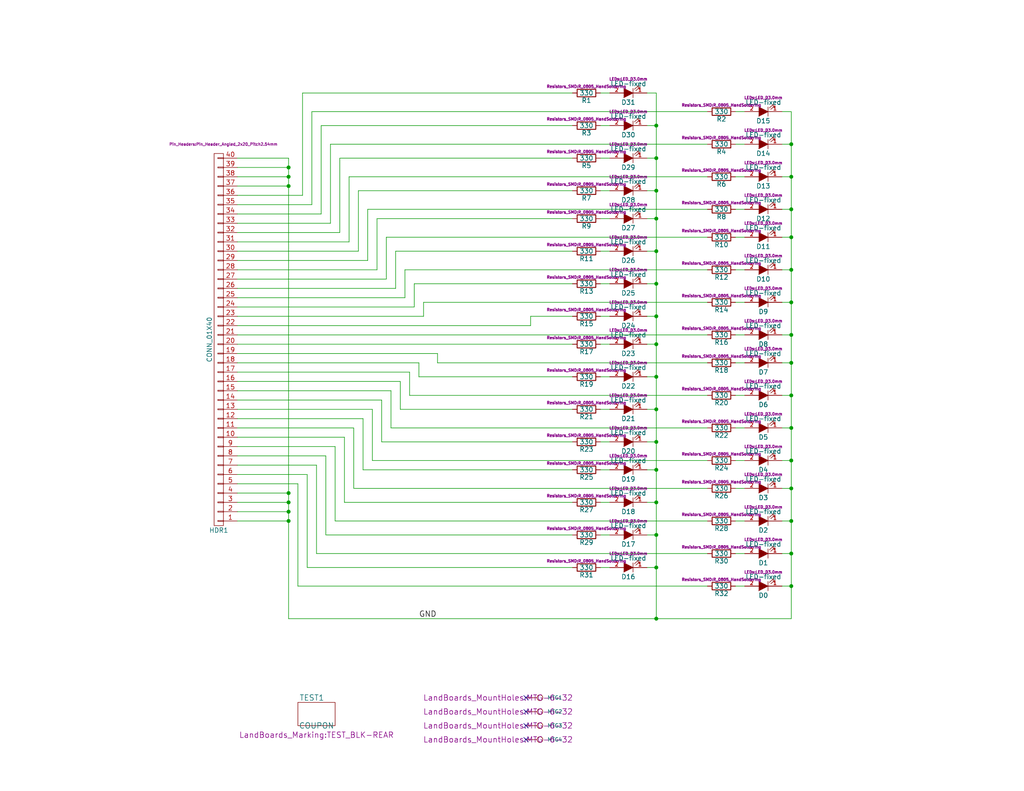
<source format=kicad_sch>
(kicad_sch (version 20211123) (generator eeschema)
  (paper "A")
  (title_block (title "LED-32") (date "Thursday, May 25, 2017") (rev "X1") (company "land-boards.com/LED-32"))
  (lib_symbols
    (symbol "LED-32-rescue:CONN_01X40" (pin_names (offset 1.016) hide)
      (property "Reference" "P" (at 0 52.07 0))
      (property "Value" "CONN_01X40" (at 2.54 0 90))
      (symbol "CONN_01X40_0_1"
        (rectangle (start -1.27 -49.403) (end 0.254 -49.657))
        (rectangle (start -1.27 -46.863) (end 0.254 -47.117))
        (rectangle (start -1.27 -44.323) (end 0.254 -44.577))
        (rectangle (start -1.27 -41.783) (end 0.254 -42.037))
        (rectangle (start -1.27 -39.243) (end 0.254 -39.497))
        (rectangle (start -1.27 -36.703) (end 0.254 -36.957))
        (rectangle (start -1.27 -34.163) (end 0.254 -34.417))
        (rectangle (start -1.27 -31.623) (end 0.254 -31.877))
        (rectangle (start -1.27 -29.083) (end 0.254 -29.337))
        (rectangle (start -1.27 -26.543) (end 0.254 -26.797))
        (rectangle (start -1.27 -24.003) (end 0.254 -24.257))
        (rectangle (start -1.27 -21.463) (end 0.254 -21.717))
        (rectangle (start -1.27 -18.923) (end 0.254 -19.177))
        (rectangle (start -1.27 -16.383) (end 0.254 -16.637))
        (rectangle (start -1.27 -13.843) (end 0.254 -14.097))
        (rectangle (start -1.27 -11.303) (end 0.254 -11.557))
        (rectangle (start -1.27 -8.763) (end 0.254 -9.017))
        (rectangle (start -1.27 -6.223) (end 0.254 -6.477))
        (rectangle (start -1.27 -3.683) (end 0.254 -3.937))
        (rectangle (start -1.27 -1.143) (end 0.254 -1.397))
        (rectangle (start -1.27 1.397) (end 0.254 1.143))
        (rectangle (start -1.27 3.937) (end 0.254 3.683))
        (rectangle (start -1.27 6.477) (end 0.254 6.223))
        (rectangle (start -1.27 9.017) (end 0.254 8.763))
        (rectangle (start -1.27 11.557) (end 0.254 11.303))
        (rectangle (start -1.27 14.097) (end 0.254 13.843))
        (rectangle (start -1.27 16.637) (end 0.254 16.383))
        (rectangle (start -1.27 19.177) (end 0.254 18.923))
        (rectangle (start -1.27 21.717) (end 0.254 21.463))
        (rectangle (start -1.27 24.257) (end 0.254 24.003))
        (rectangle (start -1.27 26.797) (end 0.254 26.543))
        (rectangle (start -1.27 29.337) (end 0.254 29.083))
        (rectangle (start -1.27 31.877) (end 0.254 31.623))
        (rectangle (start -1.27 34.417) (end 0.254 34.163))
        (rectangle (start -1.27 36.957) (end 0.254 36.703))
        (rectangle (start -1.27 39.497) (end 0.254 39.243))
        (rectangle (start -1.27 42.037) (end 0.254 41.783))
        (rectangle (start -1.27 44.577) (end 0.254 44.323))
        (rectangle (start -1.27 47.117) (end 0.254 46.863))
        (rectangle (start -1.27 49.657) (end 0.254 49.403))
        (rectangle (start -1.27 50.8) (end 1.27 -50.8))
      )
      (symbol "CONN_01X40_1_1"
        (pin passive line (at -5.08 49.53 0) (length 3.81) (name "P1") (number "1"))
        (pin passive line (at -5.08 26.67 0) (length 3.81) (name "P10") (number "10"))
        (pin passive line (at -5.08 24.13 0) (length 3.81) (name "P11") (number "11"))
        (pin passive line (at -5.08 21.59 0) (length 3.81) (name "P12") (number "12"))
        (pin passive line (at -5.08 19.05 0) (length 3.81) (name "P13") (number "13"))
        (pin passive line (at -5.08 16.51 0) (length 3.81) (name "P14") (number "14"))
        (pin passive line (at -5.08 13.97 0) (length 3.81) (name "P15") (number "15"))
        (pin passive line (at -5.08 11.43 0) (length 3.81) (name "P16") (number "16"))
        (pin passive line (at -5.08 8.89 0) (length 3.81) (name "P17") (number "17"))
        (pin passive line (at -5.08 6.35 0) (length 3.81) (name "P18") (number "18"))
        (pin passive line (at -5.08 3.81 0) (length 3.81) (name "P19") (number "19"))
        (pin passive line (at -5.08 46.99 0) (length 3.81) (name "P2") (number "2"))
        (pin passive line (at -5.08 1.27 0) (length 3.81) (name "P20") (number "20"))
        (pin passive line (at -5.08 -1.27 0) (length 3.81) (name "P21") (number "21"))
        (pin passive line (at -5.08 -3.81 0) (length 3.81) (name "P22") (number "22"))
        (pin passive line (at -5.08 -6.35 0) (length 3.81) (name "P23") (number "23"))
        (pin passive line (at -5.08 -8.89 0) (length 3.81) (name "P24") (number "24"))
        (pin passive line (at -5.08 -11.43 0) (length 3.81) (name "P25") (number "25"))
        (pin passive line (at -5.08 -13.97 0) (length 3.81) (name "P26") (number "26"))
        (pin passive line (at -5.08 -16.51 0) (length 3.81) (name "P27") (number "27"))
        (pin passive line (at -5.08 -19.05 0) (length 3.81) (name "P28") (number "28"))
        (pin passive line (at -5.08 -21.59 0) (length 3.81) (name "P29") (number "29"))
        (pin passive line (at -5.08 44.45 0) (length 3.81) (name "P3") (number "3"))
        (pin passive line (at -5.08 -24.13 0) (length 3.81) (name "P30") (number "30"))
        (pin passive line (at -5.08 -26.67 0) (length 3.81) (name "P31") (number "31"))
        (pin passive line (at -5.08 -29.21 0) (length 3.81) (name "P32") (number "32"))
        (pin passive line (at -5.08 -31.75 0) (length 3.81) (name "P33") (number "33"))
        (pin passive line (at -5.08 -34.29 0) (length 3.81) (name "P34") (number "34"))
        (pin passive line (at -5.08 -36.83 0) (length 3.81) (name "P35") (number "35"))
        (pin passive line (at -5.08 -39.37 0) (length 3.81) (name "P36") (number "36"))
        (pin passive line (at -5.08 -41.91 0) (length 3.81) (name "P37") (number "37"))
        (pin passive line (at -5.08 -44.45 0) (length 3.81) (name "P38") (number "38"))
        (pin passive line (at -5.08 -46.99 0) (length 3.81) (name "P39") (number "39"))
        (pin passive line (at -5.08 41.91 0) (length 3.81) (name "P4") (number "4"))
        (pin passive line (at -5.08 -49.53 0) (length 3.81) (name "P40") (number "40"))
        (pin passive line (at -5.08 39.37 0) (length 3.81) (name "P5") (number "5"))
        (pin passive line (at -5.08 36.83 0) (length 3.81) (name "P6") (number "6"))
        (pin passive line (at -5.08 34.29 0) (length 3.81) (name "P7") (number "7"))
        (pin passive line (at -5.08 31.75 0) (length 3.81) (name "P8") (number "8"))
        (pin passive line (at -5.08 29.21 0) (length 3.81) (name "P9") (number "9"))
      )
    )
    (symbol "LED-32-rescue:CONN_1" (pin_numbers hide) (pin_names (offset 0.762) hide)
      (property "Reference" "P" (at 2.032 0 0))
      (symbol "CONN_1_0_1"
        (polyline (pts (xy -0.762 0) (xy -1.27 0)))
        (circle (center 0 0) (radius 0.7874))
      )
      (symbol "CONN_1_1_1"
        (pin passive line (at -3.81 0 0) (length 2.54) (name "1") (number "1"))
      )
    )
    (symbol "LED-32-rescue:COUPON" (pin_names (offset 1.016))
      (property "Reference" "COUP?" (at 0 0 0))
      (property "Value" "COUPON" (at 0 0 0))
      (symbol "COUPON_0_1"
        (rectangle (start -5.08 0) (end 5.08 6.35))
      )
    )
    (symbol "LED-32-rescue:LED-fixed" (pin_names (offset 1.016) hide)
      (property "Reference" "D" (at 0 2.54 0))
      (property "Value" "LED-fixed" (at 0 -2.54 0))
      (symbol "LED-fixed_0_1"
        (polyline (pts (xy 1.27 1.27) (xy 1.27 -1.27)))
        (polyline (pts (xy -1.27 1.27) (xy 1.27 0) (xy -1.27 -1.27)) (fill (type outline)))
        (polyline (pts (xy 1.651 -1.016) (xy 2.794 -2.032) (xy 2.667 -1.397)))
        (polyline (pts (xy 2.032 -0.635) (xy 3.175 -1.651) (xy 3.048 -1.016)))
      )
      (symbol "LED-fixed_1_1"
        (pin passive line (at 5.08 0 180) (length 3.81) (name "K") (number "1"))
        (pin passive line (at -5.08 0 0) (length 3.81) (name "A") (number "2"))
      )
    )
    (symbol "LED-32-rescue:R" (pin_numbers hide) (pin_names (offset 0))
      (property "Reference" "R" (at 2.032 0 90))
      (property "Value" "R" (at 0 0 90))
      (symbol "R_0_1"
        (rectangle (start -1.016 -2.54) (end 1.016 2.54) (stroke (width 0.254)))
      )
      (symbol "R_1_1"
        (pin passive line (at 0 3.81 270) (length 1.27) (name "~") (number "1"))
        (pin passive line (at 0 -3.81 90) (length 1.27) (name "~") (number "2"))
      )
    )
  )
  (junction (at 179.07 102.87))
  (junction (at 215.9 64.77))
  (junction (at 78.74 50.8))
  (junction (at 179.07 111.76))
  (junction (at 179.07 137.16))
  (junction (at 215.9 160.02))
  (junction (at 215.9 39.37))
  (junction (at 179.07 86.36))
  (junction (at 215.9 82.55))
  (junction (at 179.07 93.98))
  (junction (at 78.74 137.16))
  (junction (at 215.9 48.26))
  (junction (at 179.07 168.91))
  (junction (at 179.07 77.47))
  (junction (at 78.74 139.7))
  (junction (at 179.07 68.58))
  (junction (at 179.07 43.18))
  (junction (at 215.9 107.95))
  (junction (at 179.07 154.94))
  (junction (at 179.07 128.27))
  (junction (at 78.74 134.62))
  (junction (at 215.9 91.44))
  (junction (at 179.07 34.29))
  (junction (at 78.74 45.72))
  (junction (at 215.9 57.15))
  (junction (at 179.07 59.69))
  (junction (at 78.74 142.24))
  (junction (at 179.07 52.07))
  (junction (at 179.07 120.65))
  (junction (at 179.07 146.05))
  (junction (at 215.9 125.73))
  (junction (at 215.9 99.06))
  (junction (at 215.9 133.35))
  (junction (at 215.9 142.24))
  (junction (at 215.9 116.84))
  (junction (at 78.74 48.26))
  (junction (at 215.9 73.66))
  (junction (at 215.9 151.13))
  (no_connect (at 143.51 201.93))
  (no_connect (at 143.51 194.31))
  (no_connect (at 143.51 198.12))
  (no_connect (at 143.51 190.5))
  (wire (pts (xy 179.07 146.05) (xy 179.07 154.94)))
  (wire (pts (xy 78.74 45.72) (xy 78.74 48.26)))
  (wire (pts (xy 93.98 137.16) (xy 93.98 119.38)))
  (wire (pts (xy 64.77 66.04) (xy 95.25 66.04)))
  (wire (pts (xy 176.53 68.58) (xy 179.07 68.58)))
  (wire (pts (xy 163.83 111.76) (xy 166.37 111.76)))
  (wire (pts (xy 64.77 88.9) (xy 144.78 88.9)))
  (wire (pts (xy 213.36 91.44) (xy 215.9 91.44)))
  (wire (pts (xy 105.41 76.2) (xy 105.41 64.77)))
  (wire (pts (xy 200.66 116.84) (xy 203.2 116.84)))
  (wire (pts (xy 215.9 142.24) (xy 215.9 151.13)))
  (wire (pts (xy 113.03 83.82) (xy 113.03 77.47)))
  (wire (pts (xy 100.33 71.12) (xy 100.33 57.15)))
  (wire (pts (xy 179.07 120.65) (xy 179.07 128.27)))
  (wire (pts (xy 64.77 55.88) (xy 85.09 55.88)))
  (wire (pts (xy 119.38 96.52) (xy 119.38 99.06)))
  (wire (pts (xy 91.44 142.24) (xy 91.44 121.92)))
  (wire (pts (xy 215.9 91.44) (xy 215.9 99.06)))
  (wire (pts (xy 200.66 125.73) (xy 203.2 125.73)))
  (wire (pts (xy 64.77 91.44) (xy 193.04 91.44)))
  (wire (pts (xy 215.9 73.66) (xy 215.9 82.55)))
  (wire (pts (xy 78.74 137.16) (xy 64.77 137.16)))
  (wire (pts (xy 90.17 60.96) (xy 90.17 39.37)))
  (wire (pts (xy 96.52 133.35) (xy 96.52 116.84)))
  (wire (pts (xy 83.82 154.94) (xy 83.82 129.54)))
  (wire (pts (xy 213.36 99.06) (xy 215.9 99.06)))
  (wire (pts (xy 64.77 71.12) (xy 100.33 71.12)))
  (wire (pts (xy 64.77 81.28) (xy 110.49 81.28)))
  (wire (pts (xy 78.74 168.91) (xy 179.07 168.91)))
  (wire (pts (xy 78.74 48.26) (xy 64.77 48.26)))
  (wire (pts (xy 111.76 107.95) (xy 111.76 101.6)))
  (wire (pts (xy 78.74 50.8) (xy 64.77 50.8)))
  (wire (pts (xy 179.07 137.16) (xy 179.07 146.05)))
  (wire (pts (xy 83.82 129.54) (xy 64.77 129.54)))
  (wire (pts (xy 64.77 63.5) (xy 92.71 63.5)))
  (wire (pts (xy 215.9 116.84) (xy 215.9 125.73)))
  (wire (pts (xy 95.25 66.04) (xy 95.25 48.26)))
  (wire (pts (xy 64.77 60.96) (xy 90.17 60.96)))
  (wire (pts (xy 119.38 99.06) (xy 193.04 99.06)))
  (wire (pts (xy 179.07 34.29) (xy 179.07 43.18)))
  (wire (pts (xy 163.83 52.07) (xy 166.37 52.07)))
  (wire (pts (xy 200.66 73.66) (xy 203.2 73.66)))
  (wire (pts (xy 78.74 134.62) (xy 64.77 134.62)))
  (wire (pts (xy 87.63 34.29) (xy 156.21 34.29)))
  (wire (pts (xy 82.55 53.34) (xy 82.55 25.4)))
  (wire (pts (xy 64.77 76.2) (xy 105.41 76.2)))
  (wire (pts (xy 78.74 43.18) (xy 78.74 45.72)))
  (wire (pts (xy 64.77 86.36) (xy 115.57 86.36)))
  (wire (pts (xy 179.07 25.4) (xy 179.07 34.29)))
  (wire (pts (xy 213.36 64.77) (xy 215.9 64.77)))
  (wire (pts (xy 215.9 57.15) (xy 215.9 64.77)))
  (wire (pts (xy 92.71 63.5) (xy 92.71 43.18)))
  (wire (pts (xy 96.52 116.84) (xy 64.77 116.84)))
  (wire (pts (xy 102.87 73.66) (xy 102.87 59.69)))
  (wire (pts (xy 91.44 121.92) (xy 64.77 121.92)))
  (wire (pts (xy 213.36 125.73) (xy 215.9 125.73)))
  (wire (pts (xy 200.66 133.35) (xy 203.2 133.35)))
  (wire (pts (xy 78.74 48.26) (xy 78.74 50.8)))
  (wire (pts (xy 86.36 127) (xy 64.77 127)))
  (wire (pts (xy 193.04 151.13) (xy 86.36 151.13)))
  (wire (pts (xy 106.68 106.68) (xy 64.77 106.68)))
  (wire (pts (xy 86.36 151.13) (xy 86.36 127)))
  (wire (pts (xy 64.77 43.18) (xy 78.74 43.18)))
  (wire (pts (xy 193.04 116.84) (xy 106.68 116.84)))
  (wire (pts (xy 200.66 142.24) (xy 203.2 142.24)))
  (wire (pts (xy 64.77 83.82) (xy 113.03 83.82)))
  (wire (pts (xy 78.74 45.72) (xy 64.77 45.72)))
  (wire (pts (xy 193.04 142.24) (xy 91.44 142.24)))
  (wire (pts (xy 215.9 48.26) (xy 215.9 57.15)))
  (wire (pts (xy 88.9 146.05) (xy 88.9 124.46)))
  (wire (pts (xy 215.9 107.95) (xy 215.9 116.84)))
  (wire (pts (xy 85.09 30.48) (xy 193.04 30.48)))
  (wire (pts (xy 213.36 73.66) (xy 215.9 73.66)))
  (wire (pts (xy 85.09 55.88) (xy 85.09 30.48)))
  (wire (pts (xy 104.14 120.65) (xy 104.14 109.22)))
  (wire (pts (xy 92.71 43.18) (xy 156.21 43.18)))
  (wire (pts (xy 78.74 142.24) (xy 64.77 142.24)))
  (wire (pts (xy 176.53 25.4) (xy 179.07 25.4)))
  (wire (pts (xy 78.74 134.62) (xy 78.74 137.16)))
  (wire (pts (xy 179.07 154.94) (xy 179.07 168.91)))
  (wire (pts (xy 200.66 91.44) (xy 203.2 91.44)))
  (wire (pts (xy 81.28 160.02) (xy 193.04 160.02)))
  (wire (pts (xy 163.83 86.36) (xy 166.37 86.36)))
  (wire (pts (xy 64.77 93.98) (xy 156.21 93.98)))
  (wire (pts (xy 101.6 111.76) (xy 64.77 111.76)))
  (wire (pts (xy 87.63 58.42) (xy 87.63 34.29)))
  (wire (pts (xy 176.53 43.18) (xy 179.07 43.18)))
  (wire (pts (xy 101.6 125.73) (xy 101.6 111.76)))
  (wire (pts (xy 78.74 142.24) (xy 78.74 168.91)))
  (wire (pts (xy 144.78 88.9) (xy 144.78 86.36)))
  (wire (pts (xy 106.68 116.84) (xy 106.68 106.68)))
  (wire (pts (xy 200.66 151.13) (xy 203.2 151.13)))
  (wire (pts (xy 156.21 128.27) (xy 99.06 128.27)))
  (wire (pts (xy 64.77 132.08) (xy 81.28 132.08)))
  (wire (pts (xy 88.9 124.46) (xy 64.77 124.46)))
  (wire (pts (xy 176.53 34.29) (xy 179.07 34.29)))
  (wire (pts (xy 64.77 53.34) (xy 82.55 53.34)))
  (wire (pts (xy 81.28 132.08) (xy 81.28 160.02)))
  (wire (pts (xy 179.07 43.18) (xy 179.07 52.07)))
  (wire (pts (xy 78.74 139.7) (xy 78.74 142.24)))
  (wire (pts (xy 110.49 81.28) (xy 110.49 73.66)))
  (wire (pts (xy 156.21 146.05) (xy 88.9 146.05)))
  (wire (pts (xy 176.53 137.16) (xy 179.07 137.16)))
  (wire (pts (xy 200.66 30.48) (xy 203.2 30.48)))
  (wire (pts (xy 213.36 82.55) (xy 215.9 82.55)))
  (wire (pts (xy 176.53 146.05) (xy 179.07 146.05)))
  (wire (pts (xy 163.83 128.27) (xy 166.37 128.27)))
  (wire (pts (xy 179.07 128.27) (xy 179.07 137.16)))
  (wire (pts (xy 215.9 64.77) (xy 215.9 73.66)))
  (wire (pts (xy 200.66 64.77) (xy 203.2 64.77)))
  (wire (pts (xy 163.83 154.94) (xy 166.37 154.94)))
  (wire (pts (xy 99.06 128.27) (xy 99.06 114.3)))
  (wire (pts (xy 78.74 50.8) (xy 78.74 134.62)))
  (wire (pts (xy 200.66 99.06) (xy 203.2 99.06)))
  (wire (pts (xy 163.83 102.87) (xy 166.37 102.87)))
  (wire (pts (xy 176.53 59.69) (xy 179.07 59.69)))
  (wire (pts (xy 100.33 57.15) (xy 193.04 57.15)))
  (wire (pts (xy 104.14 109.22) (xy 64.77 109.22)))
  (wire (pts (xy 163.83 146.05) (xy 166.37 146.05)))
  (wire (pts (xy 179.07 102.87) (xy 179.07 111.76)))
  (wire (pts (xy 78.74 137.16) (xy 78.74 139.7)))
  (wire (pts (xy 200.66 57.15) (xy 203.2 57.15)))
  (wire (pts (xy 114.3 99.06) (xy 64.77 99.06)))
  (wire (pts (xy 163.83 93.98) (xy 166.37 93.98)))
  (wire (pts (xy 156.21 111.76) (xy 109.22 111.76)))
  (wire (pts (xy 163.83 59.69) (xy 166.37 59.69)))
  (wire (pts (xy 200.66 82.55) (xy 203.2 82.55)))
  (wire (pts (xy 95.25 48.26) (xy 193.04 48.26)))
  (wire (pts (xy 215.9 39.37) (xy 215.9 48.26)))
  (wire (pts (xy 105.41 64.77) (xy 193.04 64.77)))
  (wire (pts (xy 110.49 73.66) (xy 193.04 73.66)))
  (wire (pts (xy 213.36 57.15) (xy 215.9 57.15)))
  (wire (pts (xy 176.53 86.36) (xy 179.07 86.36)))
  (wire (pts (xy 213.36 107.95) (xy 215.9 107.95)))
  (wire (pts (xy 215.9 30.48) (xy 215.9 39.37)))
  (wire (pts (xy 179.07 59.69) (xy 179.07 68.58)))
  (wire (pts (xy 156.21 154.94) (xy 83.82 154.94)))
  (wire (pts (xy 179.07 52.07) (xy 179.07 59.69)))
  (wire (pts (xy 179.07 93.98) (xy 179.07 102.87)))
  (wire (pts (xy 156.21 120.65) (xy 104.14 120.65)))
  (wire (pts (xy 93.98 119.38) (xy 64.77 119.38)))
  (wire (pts (xy 156.21 102.87) (xy 114.3 102.87)))
  (wire (pts (xy 213.36 39.37) (xy 215.9 39.37)))
  (wire (pts (xy 107.95 68.58) (xy 156.21 68.58)))
  (wire (pts (xy 176.53 77.47) (xy 179.07 77.47)))
  (wire (pts (xy 82.55 25.4) (xy 156.21 25.4)))
  (wire (pts (xy 109.22 111.76) (xy 109.22 104.14)))
  (wire (pts (xy 78.74 139.7) (xy 64.77 139.7)))
  (wire (pts (xy 163.83 43.18) (xy 166.37 43.18)))
  (wire (pts (xy 215.9 151.13) (xy 215.9 160.02)))
  (wire (pts (xy 200.66 160.02) (xy 203.2 160.02)))
  (wire (pts (xy 64.77 58.42) (xy 87.63 58.42)))
  (wire (pts (xy 215.9 160.02) (xy 213.36 160.02)))
  (wire (pts (xy 97.79 68.58) (xy 97.79 52.07)))
  (wire (pts (xy 176.53 111.76) (xy 179.07 111.76)))
  (wire (pts (xy 215.9 133.35) (xy 215.9 142.24)))
  (wire (pts (xy 179.07 77.47) (xy 179.07 86.36)))
  (wire (pts (xy 64.77 73.66) (xy 102.87 73.66)))
  (wire (pts (xy 179.07 86.36) (xy 179.07 93.98)))
  (wire (pts (xy 193.04 107.95) (xy 111.76 107.95)))
  (wire (pts (xy 176.53 102.87) (xy 179.07 102.87)))
  (wire (pts (xy 215.9 99.06) (xy 215.9 107.95)))
  (wire (pts (xy 193.04 125.73) (xy 101.6 125.73)))
  (wire (pts (xy 215.9 82.55) (xy 215.9 91.44)))
  (wire (pts (xy 64.77 78.74) (xy 107.95 78.74)))
  (wire (pts (xy 200.66 39.37) (xy 203.2 39.37)))
  (wire (pts (xy 176.53 52.07) (xy 179.07 52.07)))
  (wire (pts (xy 200.66 107.95) (xy 203.2 107.95)))
  (wire (pts (xy 163.83 68.58) (xy 166.37 68.58)))
  (wire (pts (xy 163.83 120.65) (xy 166.37 120.65)))
  (wire (pts (xy 213.36 30.48) (xy 215.9 30.48)))
  (wire (pts (xy 213.36 133.35) (xy 215.9 133.35)))
  (wire (pts (xy 163.83 34.29) (xy 166.37 34.29)))
  (wire (pts (xy 176.53 128.27) (xy 179.07 128.27)))
  (wire (pts (xy 179.07 168.91) (xy 215.9 168.91)))
  (wire (pts (xy 144.78 86.36) (xy 156.21 86.36)))
  (wire (pts (xy 163.83 137.16) (xy 166.37 137.16)))
  (wire (pts (xy 111.76 101.6) (xy 64.77 101.6)))
  (wire (pts (xy 115.57 82.55) (xy 193.04 82.55)))
  (wire (pts (xy 97.79 52.07) (xy 156.21 52.07)))
  (wire (pts (xy 163.83 77.47) (xy 166.37 77.47)))
  (wire (pts (xy 99.06 114.3) (xy 64.77 114.3)))
  (wire (pts (xy 213.36 116.84) (xy 215.9 116.84)))
  (wire (pts (xy 215.9 160.02) (xy 215.9 168.91)))
  (wire (pts (xy 176.53 93.98) (xy 179.07 93.98)))
  (wire (pts (xy 176.53 120.65) (xy 179.07 120.65)))
  (wire (pts (xy 213.36 142.24) (xy 215.9 142.24)))
  (wire (pts (xy 163.83 25.4) (xy 166.37 25.4)))
  (wire (pts (xy 114.3 102.87) (xy 114.3 99.06)))
  (wire (pts (xy 213.36 48.26) (xy 215.9 48.26)))
  (wire (pts (xy 109.22 104.14) (xy 64.77 104.14)))
  (wire (pts (xy 179.07 111.76) (xy 179.07 120.65)))
  (wire (pts (xy 213.36 151.13) (xy 215.9 151.13)))
  (wire (pts (xy 200.66 48.26) (xy 203.2 48.26)))
  (wire (pts (xy 156.21 137.16) (xy 93.98 137.16)))
  (wire (pts (xy 64.77 96.52) (xy 119.38 96.52)))
  (wire (pts (xy 179.07 68.58) (xy 179.07 77.47)))
  (wire (pts (xy 179.07 154.94) (xy 176.53 154.94)))
  (wire (pts (xy 115.57 86.36) (xy 115.57 82.55)))
  (wire (pts (xy 64.77 68.58) (xy 97.79 68.58)))
  (wire (pts (xy 193.04 133.35) (xy 96.52 133.35)))
  (wire (pts (xy 102.87 59.69) (xy 156.21 59.69)))
  (wire (pts (xy 107.95 78.74) (xy 107.95 68.58)))
  (wire (pts (xy 113.03 77.47) (xy 156.21 77.47)))
  (wire (pts (xy 90.17 39.37) (xy 193.04 39.37)))
  (wire (pts (xy 215.9 125.73) (xy 215.9 133.35)))
  (label "GND" (at 114.3 168.91 0) (effects (font (size 1.524 1.524))))
  (symbol (lib_id "LED-32-rescue:CONN_1") (at 147.32 190.5 0) (unit 1)
    (property "Reference" "MTG1" (at 149.352 190.5 0) (effects (font (size 1.016 1.016)) (justify left)))
    (property "Value" "CONN_1" (effects hide))
    (property "Footprint" "LandBoards_MountHoles:MTG-6-32" (at 135.89 190.5 0) (effects (font (size 1.524 1.524))))
  )
  (symbol (lib_id "LED-32-rescue:CONN_1") (at 147.32 194.31 0) (unit 1)
    (property "Reference" "MTG2" (at 149.352 194.31 0) (effects (font (size 1.016 1.016)) (justify left)))
    (property "Value" "CONN_1" (effects hide))
    (property "Footprint" "LandBoards_MountHoles:MTG-6-32" (at 135.89 194.31 0) (effects (font (size 1.524 1.524))))
  )
  (symbol (lib_id "LED-32-rescue:CONN_1") (at 147.32 198.12 0) (unit 1)
    (property "Reference" "MTG3" (at 149.352 198.12 0) (effects (font (size 1.016 1.016)) (justify left)))
    (property "Value" "CONN_1" (effects hide))
    (property "Footprint" "LandBoards_MountHoles:MTG-6-32" (at 135.89 198.12 0) (effects (font (size 1.524 1.524))))
  )
  (symbol (lib_id "LED-32-rescue:CONN_1") (at 147.32 201.93 0) (unit 1)
    (property "Reference" "MTG4" (at 149.352 201.93 0) (effects (font (size 1.016 1.016)) (justify left)))
    (property "Value" "CONN_1" (effects hide))
    (property "Footprint" "LandBoards_MountHoles:MTG-6-32" (at 135.89 201.93 0) (effects (font (size 1.524 1.524))))
  )
  (symbol (lib_id "LED-32-rescue:LED-fixed") (at 208.28 30.48 0) (mirror x) (unit 1)
    (property "Reference" "D15" (at 208.28 33.02 0))
    (property "Value" "LED-fixed" (at 208.28 27.94 0))
    (property "Footprint" "LEDs:LED_D3.0mm" (at 208.28 26.67 0) (effects (font (size 0.762 0.762))))
  )
  (symbol (lib_id "LED-32-rescue:LED-fixed") (at 208.28 39.37 0) (mirror x) (unit 1)
    (property "Reference" "D14" (at 208.28 41.91 0))
    (property "Value" "LED-fixed" (at 208.28 36.83 0))
    (property "Footprint" "LEDs:LED_D3.0mm" (at 208.28 35.56 0) (effects (font (size 0.762 0.762))))
  )
  (symbol (lib_id "LED-32-rescue:LED-fixed") (at 208.28 48.26 0) (mirror x) (unit 1)
    (property "Reference" "D13" (at 208.28 50.8 0))
    (property "Value" "LED-fixed" (at 208.28 45.72 0))
    (property "Footprint" "LEDs:LED_D3.0mm" (at 208.28 44.45 0) (effects (font (size 0.762 0.762))))
  )
  (symbol (lib_id "LED-32-rescue:LED-fixed") (at 208.28 57.15 0) (mirror x) (unit 1)
    (property "Reference" "D12" (at 208.28 59.69 0))
    (property "Value" "LED-fixed" (at 208.28 54.61 0))
    (property "Footprint" "LEDs:LED_D3.0mm" (at 208.28 53.34 0) (effects (font (size 0.762 0.762))))
  )
  (symbol (lib_id "LED-32-rescue:LED-fixed") (at 208.28 64.77 0) (mirror x) (unit 1)
    (property "Reference" "D11" (at 208.28 67.31 0))
    (property "Value" "LED-fixed" (at 208.28 62.23 0))
    (property "Footprint" "LEDs:LED_D3.0mm" (at 208.28 60.96 0) (effects (font (size 0.762 0.762))))
  )
  (symbol (lib_id "LED-32-rescue:LED-fixed") (at 208.28 73.66 0) (mirror x) (unit 1)
    (property "Reference" "D10" (at 208.28 76.2 0))
    (property "Value" "LED-fixed" (at 208.28 71.12 0))
    (property "Footprint" "LEDs:LED_D3.0mm" (at 208.28 69.85 0) (effects (font (size 0.762 0.762))))
  )
  (symbol (lib_id "LED-32-rescue:LED-fixed") (at 208.28 82.55 0) (mirror x) (unit 1)
    (property "Reference" "D9" (at 208.28 85.09 0))
    (property "Value" "LED-fixed" (at 208.28 80.01 0))
    (property "Footprint" "LEDs:LED_D3.0mm" (at 208.28 78.74 0) (effects (font (size 0.762 0.762))))
  )
  (symbol (lib_id "LED-32-rescue:LED-fixed") (at 208.28 91.44 0) (mirror x) (unit 1)
    (property "Reference" "D8" (at 208.28 93.98 0))
    (property "Value" "LED-fixed" (at 208.28 88.9 0))
    (property "Footprint" "LEDs:LED_D3.0mm" (at 208.28 87.63 0) (effects (font (size 0.762 0.762))))
  )
  (symbol (lib_id "LED-32-rescue:LED-fixed") (at 208.28 99.06 0) (mirror x) (unit 1)
    (property "Reference" "D7" (at 208.28 101.6 0))
    (property "Value" "LED-fixed" (at 208.28 96.52 0))
    (property "Footprint" "LEDs:LED_D3.0mm" (at 208.28 95.25 0) (effects (font (size 0.762 0.762))))
  )
  (symbol (lib_id "LED-32-rescue:LED-fixed") (at 208.28 107.95 0) (mirror x) (unit 1)
    (property "Reference" "D6" (at 208.28 110.49 0))
    (property "Value" "LED-fixed" (at 208.28 105.41 0))
    (property "Footprint" "LEDs:LED_D3.0mm" (at 208.28 104.14 0) (effects (font (size 0.762 0.762))))
  )
  (symbol (lib_id "LED-32-rescue:LED-fixed") (at 208.28 116.84 0) (mirror x) (unit 1)
    (property "Reference" "D5" (at 208.28 119.38 0))
    (property "Value" "LED-fixed" (at 208.28 114.3 0))
    (property "Footprint" "LEDs:LED_D3.0mm" (at 208.28 113.03 0) (effects (font (size 0.762 0.762))))
  )
  (symbol (lib_id "LED-32-rescue:LED-fixed") (at 208.28 125.73 0) (mirror x) (unit 1)
    (property "Reference" "D4" (at 208.28 128.27 0))
    (property "Value" "LED-fixed" (at 208.28 123.19 0))
    (property "Footprint" "LEDs:LED_D3.0mm" (at 208.28 121.92 0) (effects (font (size 0.762 0.762))))
  )
  (symbol (lib_id "LED-32-rescue:LED-fixed") (at 208.28 133.35 0) (mirror x) (unit 1)
    (property "Reference" "D3" (at 208.28 135.89 0))
    (property "Value" "LED-fixed" (at 208.28 130.81 0))
    (property "Footprint" "LEDs:LED_D3.0mm" (at 208.28 129.54 0) (effects (font (size 0.762 0.762))))
  )
  (symbol (lib_id "LED-32-rescue:LED-fixed") (at 208.28 142.24 0) (mirror x) (unit 1)
    (property "Reference" "D2" (at 208.28 144.78 0))
    (property "Value" "LED-fixed" (at 208.28 139.7 0))
    (property "Footprint" "LEDs:LED_D3.0mm" (at 208.28 138.43 0) (effects (font (size 0.762 0.762))))
  )
  (symbol (lib_id "LED-32-rescue:LED-fixed") (at 208.28 151.13 0) (mirror x) (unit 1)
    (property "Reference" "D1" (at 208.28 153.67 0))
    (property "Value" "LED-fixed" (at 208.28 148.59 0))
    (property "Footprint" "LEDs:LED_D3.0mm" (at 208.28 147.32 0) (effects (font (size 0.762 0.762))))
  )
  (symbol (lib_id "LED-32-rescue:LED-fixed") (at 208.28 160.02 0) (mirror x) (unit 1)
    (property "Reference" "D0" (at 208.28 162.56 0))
    (property "Value" "LED-fixed" (at 208.28 157.48 0))
    (property "Footprint" "LEDs:LED_D3.0mm" (at 208.28 156.21 0) (effects (font (size 0.762 0.762))))
  )
  (symbol (lib_id "LED-32-rescue:LED-fixed") (at 171.45 25.4 0) (mirror x) (unit 1)
    (property "Reference" "D31" (at 171.45 27.94 0))
    (property "Value" "LED-fixed" (at 171.45 22.86 0))
    (property "Footprint" "LEDs:LED_D3.0mm" (at 171.45 21.59 0) (effects (font (size 0.762 0.762))))
  )
  (symbol (lib_id "LED-32-rescue:LED-fixed") (at 171.45 34.29 0) (mirror x) (unit 1)
    (property "Reference" "D30" (at 171.45 36.83 0))
    (property "Value" "LED-fixed" (at 171.45 31.75 0))
    (property "Footprint" "LEDs:LED_D3.0mm" (at 171.45 30.48 0) (effects (font (size 0.762 0.762))))
  )
  (symbol (lib_id "LED-32-rescue:LED-fixed") (at 171.45 43.18 0) (mirror x) (unit 1)
    (property "Reference" "D29" (at 171.45 45.72 0))
    (property "Value" "LED-fixed" (at 171.45 40.64 0))
    (property "Footprint" "LEDs:LED_D3.0mm" (at 171.45 39.37 0) (effects (font (size 0.762 0.762))))
  )
  (symbol (lib_id "LED-32-rescue:LED-fixed") (at 171.45 52.07 0) (mirror x) (unit 1)
    (property "Reference" "D28" (at 171.45 54.61 0))
    (property "Value" "LED-fixed" (at 171.45 49.53 0))
    (property "Footprint" "LEDs:LED_D3.0mm" (at 171.45 48.26 0) (effects (font (size 0.762 0.762))))
  )
  (symbol (lib_id "LED-32-rescue:LED-fixed") (at 171.45 59.69 0) (mirror x) (unit 1)
    (property "Reference" "D27" (at 171.45 62.23 0))
    (property "Value" "LED-fixed" (at 171.45 57.15 0))
    (property "Footprint" "LEDs:LED_D3.0mm" (at 171.45 55.88 0) (effects (font (size 0.762 0.762))))
  )
  (symbol (lib_id "LED-32-rescue:LED-fixed") (at 171.45 68.58 0) (mirror x) (unit 1)
    (property "Reference" "D26" (at 171.45 71.12 0))
    (property "Value" "LED-fixed" (at 171.45 66.04 0))
    (property "Footprint" "LEDs:LED_D3.0mm" (at 171.45 64.77 0) (effects (font (size 0.762 0.762))))
  )
  (symbol (lib_id "LED-32-rescue:LED-fixed") (at 171.45 77.47 0) (mirror x) (unit 1)
    (property "Reference" "D25" (at 171.45 80.01 0))
    (property "Value" "LED-fixed" (at 171.45 74.93 0))
    (property "Footprint" "LEDs:LED_D3.0mm" (at 171.45 73.66 0) (effects (font (size 0.762 0.762))))
  )
  (symbol (lib_id "LED-32-rescue:LED-fixed") (at 171.45 86.36 0) (mirror x) (unit 1)
    (property "Reference" "D24" (at 171.45 88.9 0))
    (property "Value" "LED-fixed" (at 171.45 83.82 0))
    (property "Footprint" "LEDs:LED_D3.0mm" (at 171.45 82.55 0) (effects (font (size 0.762 0.762))))
  )
  (symbol (lib_id "LED-32-rescue:LED-fixed") (at 171.45 93.98 0) (mirror x) (unit 1)
    (property "Reference" "D23" (at 171.45 96.52 0))
    (property "Value" "LED-fixed" (at 171.45 91.44 0))
    (property "Footprint" "LEDs:LED_D3.0mm" (at 171.45 90.17 0) (effects (font (size 0.762 0.762))))
  )
  (symbol (lib_id "LED-32-rescue:LED-fixed") (at 171.45 102.87 0) (mirror x) (unit 1)
    (property "Reference" "D22" (at 171.45 105.41 0))
    (property "Value" "LED-fixed" (at 171.45 100.33 0))
    (property "Footprint" "LEDs:LED_D3.0mm" (at 171.45 99.06 0) (effects (font (size 0.762 0.762))))
  )
  (symbol (lib_id "LED-32-rescue:LED-fixed") (at 171.45 111.76 0) (mirror x) (unit 1)
    (property "Reference" "D21" (at 171.45 114.3 0))
    (property "Value" "LED-fixed" (at 171.45 109.22 0))
    (property "Footprint" "LEDs:LED_D3.0mm" (at 171.45 107.95 0) (effects (font (size 0.762 0.762))))
  )
  (symbol (lib_id "LED-32-rescue:LED-fixed") (at 171.45 120.65 0) (mirror x) (unit 1)
    (property "Reference" "D20" (at 171.45 123.19 0))
    (property "Value" "LED-fixed" (at 171.45 118.11 0))
    (property "Footprint" "LEDs:LED_D3.0mm" (at 171.45 116.84 0) (effects (font (size 0.762 0.762))))
  )
  (symbol (lib_id "LED-32-rescue:LED-fixed") (at 171.45 128.27 0) (mirror x) (unit 1)
    (property "Reference" "D19" (at 171.45 130.81 0))
    (property "Value" "LED-fixed" (at 171.45 125.73 0))
    (property "Footprint" "LEDs:LED_D3.0mm" (at 171.45 124.46 0) (effects (font (size 0.762 0.762))))
  )
  (symbol (lib_id "LED-32-rescue:LED-fixed") (at 171.45 137.16 0) (mirror x) (unit 1)
    (property "Reference" "D18" (at 171.45 139.7 0))
    (property "Value" "LED-fixed" (at 171.45 134.62 0))
    (property "Footprint" "LEDs:LED_D3.0mm" (at 171.45 133.35 0) (effects (font (size 0.762 0.762))))
  )
  (symbol (lib_id "LED-32-rescue:LED-fixed") (at 171.45 146.05 0) (mirror x) (unit 1)
    (property "Reference" "D17" (at 171.45 148.59 0))
    (property "Value" "LED-fixed" (at 171.45 143.51 0))
    (property "Footprint" "LEDs:LED_D3.0mm" (at 171.45 142.24 0) (effects (font (size 0.762 0.762))))
  )
  (symbol (lib_id "LED-32-rescue:LED-fixed") (at 171.45 154.94 0) (mirror x) (unit 1)
    (property "Reference" "D16" (at 171.45 157.48 0))
    (property "Value" "LED-fixed" (at 171.45 152.4 0))
    (property "Footprint" "LEDs:LED_D3.0mm" (at 171.45 151.13 0) (effects (font (size 0.762 0.762))))
  )
  (symbol (lib_id "LED-32-rescue:R") (at 160.02 25.4 270) (unit 1)
    (property "Reference" "R1" (at 160.02 27.432 90))
    (property "Value" "330" (at 160.02 25.4 90))
    (property "Footprint" "Resistors_SMD:R_0805_HandSoldering" (at 160.02 23.622 90) (effects (font (size 0.762 0.762))))
  )
  (symbol (lib_id "LED-32-rescue:R") (at 160.02 34.29 270) (unit 1)
    (property "Reference" "R3" (at 160.02 36.322 90))
    (property "Value" "330" (at 160.02 34.29 90))
    (property "Footprint" "Resistors_SMD:R_0805_HandSoldering" (at 160.02 32.512 90) (effects (font (size 0.762 0.762))))
  )
  (symbol (lib_id "LED-32-rescue:R") (at 160.02 43.18 270) (unit 1)
    (property "Reference" "R5" (at 160.02 45.212 90))
    (property "Value" "330" (at 160.02 43.18 90))
    (property "Footprint" "Resistors_SMD:R_0805_HandSoldering" (at 160.02 41.402 90) (effects (font (size 0.762 0.762))))
  )
  (symbol (lib_id "LED-32-rescue:R") (at 160.02 52.07 270) (unit 1)
    (property "Reference" "R7" (at 160.02 54.102 90))
    (property "Value" "330" (at 160.02 52.07 90))
    (property "Footprint" "Resistors_SMD:R_0805_HandSoldering" (at 160.02 50.292 90) (effects (font (size 0.762 0.762))))
  )
  (symbol (lib_id "LED-32-rescue:R") (at 160.02 59.69 270) (unit 1)
    (property "Reference" "R9" (at 160.02 61.722 90))
    (property "Value" "330" (at 160.02 59.69 90))
    (property "Footprint" "Resistors_SMD:R_0805_HandSoldering" (at 160.02 57.912 90) (effects (font (size 0.762 0.762))))
  )
  (symbol (lib_id "LED-32-rescue:R") (at 160.02 68.58 270) (unit 1)
    (property "Reference" "R11" (at 160.02 70.612 90))
    (property "Value" "330" (at 160.02 68.58 90))
    (property "Footprint" "Resistors_SMD:R_0805_HandSoldering" (at 160.02 66.802 90) (effects (font (size 0.762 0.762))))
  )
  (symbol (lib_id "LED-32-rescue:R") (at 160.02 77.47 270) (unit 1)
    (property "Reference" "R13" (at 160.02 79.502 90))
    (property "Value" "330" (at 160.02 77.47 90))
    (property "Footprint" "Resistors_SMD:R_0805_HandSoldering" (at 160.02 75.692 90) (effects (font (size 0.762 0.762))))
  )
  (symbol (lib_id "LED-32-rescue:R") (at 160.02 86.36 270) (unit 1)
    (property "Reference" "R15" (at 160.02 88.392 90))
    (property "Value" "330" (at 160.02 86.36 90))
    (property "Footprint" "Resistors_SMD:R_0805_HandSoldering" (at 160.02 84.582 90) (effects (font (size 0.762 0.762))))
  )
  (symbol (lib_id "LED-32-rescue:R") (at 160.02 93.98 270) (unit 1)
    (property "Reference" "R17" (at 160.02 96.012 90))
    (property "Value" "330" (at 160.02 93.98 90))
    (property "Footprint" "Resistors_SMD:R_0805_HandSoldering" (at 160.02 92.202 90) (effects (font (size 0.762 0.762))))
  )
  (symbol (lib_id "LED-32-rescue:R") (at 160.02 102.87 270) (unit 1)
    (property "Reference" "R19" (at 160.02 104.902 90))
    (property "Value" "330" (at 160.02 102.87 90))
    (property "Footprint" "Resistors_SMD:R_0805_HandSoldering" (at 160.02 101.092 90) (effects (font (size 0.762 0.762))))
  )
  (symbol (lib_id "LED-32-rescue:R") (at 160.02 111.76 270) (unit 1)
    (property "Reference" "R21" (at 160.02 113.792 90))
    (property "Value" "330" (at 160.02 111.76 90))
    (property "Footprint" "Resistors_SMD:R_0805_HandSoldering" (at 160.02 109.982 90) (effects (font (size 0.762 0.762))))
  )
  (symbol (lib_id "LED-32-rescue:R") (at 160.02 120.65 270) (unit 1)
    (property "Reference" "R23" (at 160.02 122.682 90))
    (property "Value" "330" (at 160.02 120.65 90))
    (property "Footprint" "Resistors_SMD:R_0805_HandSoldering" (at 160.02 118.872 90) (effects (font (size 0.762 0.762))))
  )
  (symbol (lib_id "LED-32-rescue:R") (at 160.02 128.27 270) (unit 1)
    (property "Reference" "R25" (at 160.02 130.302 90))
    (property "Value" "330" (at 160.02 128.27 90))
    (property "Footprint" "Resistors_SMD:R_0805_HandSoldering" (at 160.02 126.492 90) (effects (font (size 0.762 0.762))))
  )
  (symbol (lib_id "LED-32-rescue:R") (at 160.02 137.16 270) (unit 1)
    (property "Reference" "R27" (at 160.02 139.192 90))
    (property "Value" "330" (at 160.02 137.16 90))
    (property "Footprint" "Resistors_SMD:R_0805_HandSoldering" (at 160.02 135.382 90) (effects (font (size 0.762 0.762))))
  )
  (symbol (lib_id "LED-32-rescue:R") (at 160.02 146.05 270) (unit 1)
    (property "Reference" "R29" (at 160.02 148.082 90))
    (property "Value" "330" (at 160.02 146.05 90))
    (property "Footprint" "Resistors_SMD:R_0805_HandSoldering" (at 160.02 144.272 90) (effects (font (size 0.762 0.762))))
  )
  (symbol (lib_id "LED-32-rescue:R") (at 160.02 154.94 270) (unit 1)
    (property "Reference" "R31" (at 160.02 156.972 90))
    (property "Value" "330" (at 160.02 154.94 90))
    (property "Footprint" "Resistors_SMD:R_0805_HandSoldering" (at 160.02 153.162 90) (effects (font (size 0.762 0.762))))
  )
  (symbol (lib_id "LED-32-rescue:R") (at 196.85 30.48 270) (unit 1)
    (property "Reference" "R2" (at 196.85 32.512 90))
    (property "Value" "330" (at 196.85 30.48 90))
    (property "Footprint" "Resistors_SMD:R_0805_HandSoldering" (at 196.85 28.702 90) (effects (font (size 0.762 0.762))))
  )
  (symbol (lib_id "LED-32-rescue:R") (at 196.85 39.37 270) (unit 1)
    (property "Reference" "R4" (at 196.85 41.402 90))
    (property "Value" "330" (at 196.85 39.37 90))
    (property "Footprint" "Resistors_SMD:R_0805_HandSoldering" (at 196.85 37.592 90) (effects (font (size 0.762 0.762))))
  )
  (symbol (lib_id "LED-32-rescue:R") (at 196.85 48.26 270) (unit 1)
    (property "Reference" "R6" (at 196.85 50.292 90))
    (property "Value" "330" (at 196.85 48.26 90))
    (property "Footprint" "Resistors_SMD:R_0805_HandSoldering" (at 196.85 46.482 90) (effects (font (size 0.762 0.762))))
  )
  (symbol (lib_id "LED-32-rescue:R") (at 196.85 57.15 270) (unit 1)
    (property "Reference" "R8" (at 196.85 59.182 90))
    (property "Value" "330" (at 196.85 57.15 90))
    (property "Footprint" "Resistors_SMD:R_0805_HandSoldering" (at 196.85 55.372 90) (effects (font (size 0.762 0.762))))
  )
  (symbol (lib_id "LED-32-rescue:R") (at 196.85 64.77 270) (unit 1)
    (property "Reference" "R10" (at 196.85 66.802 90))
    (property "Value" "330" (at 196.85 64.77 90))
    (property "Footprint" "Resistors_SMD:R_0805_HandSoldering" (at 196.85 62.992 90) (effects (font (size 0.762 0.762))))
  )
  (symbol (lib_id "LED-32-rescue:R") (at 196.85 73.66 270) (unit 1)
    (property "Reference" "R12" (at 196.85 75.692 90))
    (property "Value" "330" (at 196.85 73.66 90))
    (property "Footprint" "Resistors_SMD:R_0805_HandSoldering" (at 196.85 71.882 90) (effects (font (size 0.762 0.762))))
  )
  (symbol (lib_id "LED-32-rescue:R") (at 196.85 82.55 270) (unit 1)
    (property "Reference" "R14" (at 196.85 84.582 90))
    (property "Value" "330" (at 196.85 82.55 90))
    (property "Footprint" "Resistors_SMD:R_0805_HandSoldering" (at 196.85 80.772 90) (effects (font (size 0.762 0.762))))
  )
  (symbol (lib_id "LED-32-rescue:R") (at 196.85 91.44 270) (unit 1)
    (property "Reference" "R16" (at 196.85 93.472 90))
    (property "Value" "330" (at 196.85 91.44 90))
    (property "Footprint" "Resistors_SMD:R_0805_HandSoldering" (at 196.85 89.662 90) (effects (font (size 0.762 0.762))))
  )
  (symbol (lib_id "LED-32-rescue:R") (at 196.85 99.06 270) (unit 1)
    (property "Reference" "R18" (at 196.85 101.092 90))
    (property "Value" "330" (at 196.85 99.06 90))
    (property "Footprint" "Resistors_SMD:R_0805_HandSoldering" (at 196.85 97.282 90) (effects (font (size 0.762 0.762))))
  )
  (symbol (lib_id "LED-32-rescue:R") (at 196.85 107.95 270) (unit 1)
    (property "Reference" "R20" (at 196.85 109.982 90))
    (property "Value" "330" (at 196.85 107.95 90))
    (property "Footprint" "Resistors_SMD:R_0805_HandSoldering" (at 196.85 106.172 90) (effects (font (size 0.762 0.762))))
  )
  (symbol (lib_id "LED-32-rescue:R") (at 196.85 116.84 270) (unit 1)
    (property "Reference" "R22" (at 196.85 118.872 90))
    (property "Value" "330" (at 196.85 116.84 90))
    (property "Footprint" "Resistors_SMD:R_0805_HandSoldering" (at 196.85 115.062 90) (effects (font (size 0.762 0.762))))
  )
  (symbol (lib_id "LED-32-rescue:R") (at 196.85 125.73 270) (unit 1)
    (property "Reference" "R24" (at 196.85 127.762 90))
    (property "Value" "330" (at 196.85 125.73 90))
    (property "Footprint" "Resistors_SMD:R_0805_HandSoldering" (at 196.85 123.952 90) (effects (font (size 0.762 0.762))))
  )
  (symbol (lib_id "LED-32-rescue:R") (at 196.85 133.35 270) (unit 1)
    (property "Reference" "R26" (at 196.85 135.382 90))
    (property "Value" "330" (at 196.85 133.35 90))
    (property "Footprint" "Resistors_SMD:R_0805_HandSoldering" (at 196.85 131.572 90) (effects (font (size 0.762 0.762))))
  )
  (symbol (lib_id "LED-32-rescue:R") (at 196.85 142.24 270) (unit 1)
    (property "Reference" "R28" (at 196.85 144.272 90))
    (property "Value" "330" (at 196.85 142.24 90))
    (property "Footprint" "Resistors_SMD:R_0805_HandSoldering" (at 196.85 140.462 90) (effects (font (size 0.762 0.762))))
  )
  (symbol (lib_id "LED-32-rescue:R") (at 196.85 151.13 270) (unit 1)
    (property "Reference" "R30" (at 196.85 153.162 90))
    (property "Value" "330" (at 196.85 151.13 90))
    (property "Footprint" "Resistors_SMD:R_0805_HandSoldering" (at 196.85 149.352 90) (effects (font (size 0.762 0.762))))
  )
  (symbol (lib_id "LED-32-rescue:R") (at 196.85 160.02 270) (unit 1)
    (property "Reference" "R32" (at 196.85 162.052 90))
    (property "Value" "330" (at 196.85 160.02 90))
    (property "Footprint" "Resistors_SMD:R_0805_HandSoldering" (at 196.85 158.242 90) (effects (font (size 0.762 0.762))))
  )
  (symbol (lib_id "LED-32-rescue:COUPON") (at 86.36 198.12 0) (unit 1)
    (property "Reference" "TEST1" (at 85.09 190.5 0) (effects (font (size 1.524 1.524))))
    (property "Value" "COUPON" (at 86.36 198.12 0) (effects (font (size 1.524 1.524))))
    (property "Footprint" "LandBoards_Marking:TEST_BLK-REAR" (at 86.36 200.66 0) (effects (font (size 1.524 1.524))))
  )
  (symbol (lib_id "LED-32-rescue:CONN_01X40") (at 59.69 92.71 180) (unit 1)
    (property "Reference" "HDR1" (at 59.69 144.78 0))
    (property "Value" "CONN_01X40" (at 57.15 92.71 90))
    (property "Footprint" "Pin_Headers:Pin_Header_Angled_2x20_Pitch2.54mm" (at 60.96 39.37 0) (effects (font (size 0.762 0.762))))
  )
)
</source>
